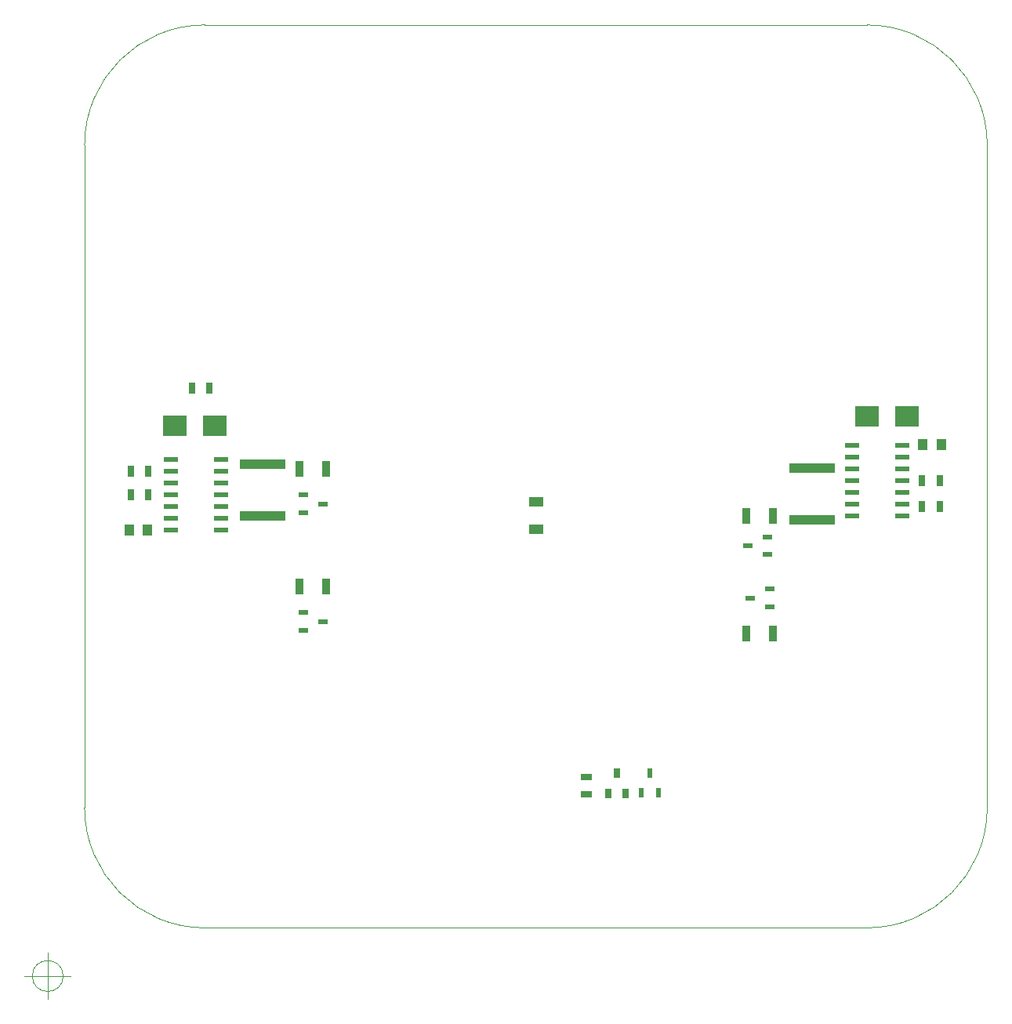
<source format=gbr>
G04 #@! TF.FileFunction,Paste,Top*
%FSLAX46Y46*%
G04 Gerber Fmt 4.6, Leading zero omitted, Abs format (unit mm)*
G04 Created by KiCad (PCBNEW 0.201502111101+5414~21~ubuntu14.04.1-product) date Fri 13 Feb 2015 01:12:51 AM CST*
%MOMM*%
G01*
G04 APERTURE LIST*
%ADD10C,0.100000*%
%ADD11R,0.700000X1.300000*%
%ADD12R,2.499360X2.301240*%
%ADD13R,1.600000X1.000000*%
%ADD14R,1.000000X1.250000*%
%ADD15R,5.000000X1.000000*%
%ADD16R,1.000760X0.599440*%
%ADD17R,0.900000X1.700000*%
%ADD18R,1.500000X0.600000*%
%ADD19R,0.800100X1.000760*%
%ADD20R,1.300000X0.700000*%
%ADD21R,0.599440X1.000760*%
G04 APERTURE END LIST*
D10*
X34686666Y-139700000D02*
G75*
G03X34686666Y-139700000I-1666666J0D01*
G01*
X30520000Y-139700000D02*
X35520000Y-139700000D01*
X33020000Y-137200000D02*
X33020000Y-142200000D01*
X121500000Y-134500000D02*
X50000000Y-134500000D01*
X134500000Y-50000000D02*
X134500000Y-121500000D01*
X50000000Y-37000000D02*
X121500000Y-37000000D01*
X37000000Y-121500000D02*
X37000000Y-50000000D01*
X121500000Y-134500000D02*
G75*
G03X134500000Y-121500000I0J13000000D01*
G01*
X134500000Y-50000000D02*
G75*
G03X121500000Y-37000000I-13000000J0D01*
G01*
X50000000Y-37000000D02*
G75*
G03X37000000Y-50000000I0J-13000000D01*
G01*
X37000000Y-121500000D02*
G75*
G03X50000000Y-134500000I13000000J0D01*
G01*
D11*
X41976000Y-87757000D03*
X43876000Y-87757000D03*
X127447000Y-89027000D03*
X129347000Y-89027000D03*
D12*
X125846840Y-79248000D03*
X121549160Y-79248000D03*
D13*
X85750000Y-91480000D03*
X85750000Y-88480000D03*
D14*
X41799000Y-91567000D03*
X43799000Y-91567000D03*
D15*
X56261000Y-90049000D03*
X56261000Y-84449000D03*
X115570000Y-90430000D03*
X115570000Y-84830000D03*
D14*
X127524000Y-82296000D03*
X129524000Y-82296000D03*
D16*
X60613360Y-87757500D03*
X62726640Y-88710000D03*
X60613360Y-89662500D03*
X60613360Y-100457500D03*
X62726640Y-101410000D03*
X60613360Y-102362500D03*
X110784640Y-94170500D03*
X108671360Y-93218000D03*
X110784640Y-92265500D03*
X110986640Y-99822500D03*
X108873360Y-98870000D03*
X110986640Y-97917500D03*
D12*
X46746160Y-80264000D03*
X51043840Y-80264000D03*
D17*
X63120000Y-84900000D03*
X60220000Y-84900000D03*
X63120000Y-97600000D03*
X60220000Y-97600000D03*
X111380000Y-89980000D03*
X108480000Y-89980000D03*
X111380000Y-102680000D03*
X108480000Y-102680000D03*
D11*
X43876000Y-85217000D03*
X41976000Y-85217000D03*
X48580000Y-76200000D03*
X50480000Y-76200000D03*
X127447000Y-86233000D03*
X129347000Y-86233000D03*
D18*
X46322000Y-83947000D03*
X46322000Y-85217000D03*
X46322000Y-86487000D03*
X46322000Y-87757000D03*
X46322000Y-89027000D03*
X46322000Y-90297000D03*
X46322000Y-91567000D03*
X51722000Y-91567000D03*
X51722000Y-90297000D03*
X51722000Y-89027000D03*
X51722000Y-87757000D03*
X51722000Y-86487000D03*
X51722000Y-85217000D03*
X51722000Y-83947000D03*
X125330000Y-89980000D03*
X125330000Y-88710000D03*
X125330000Y-87440000D03*
X125330000Y-86170000D03*
X125330000Y-84900000D03*
X125330000Y-83630000D03*
X125330000Y-82360000D03*
X119930000Y-82360000D03*
X119930000Y-83630000D03*
X119930000Y-84900000D03*
X119930000Y-86170000D03*
X119930000Y-87440000D03*
X119930000Y-88710000D03*
X119930000Y-89980000D03*
D19*
X94488000Y-117772180D03*
X95440500Y-119971820D03*
X93535500Y-119971820D03*
D20*
X91186000Y-120076000D03*
X91186000Y-118176000D03*
D21*
X97091500Y-119928640D03*
X98044000Y-117815360D03*
X98996500Y-119928640D03*
M02*

</source>
